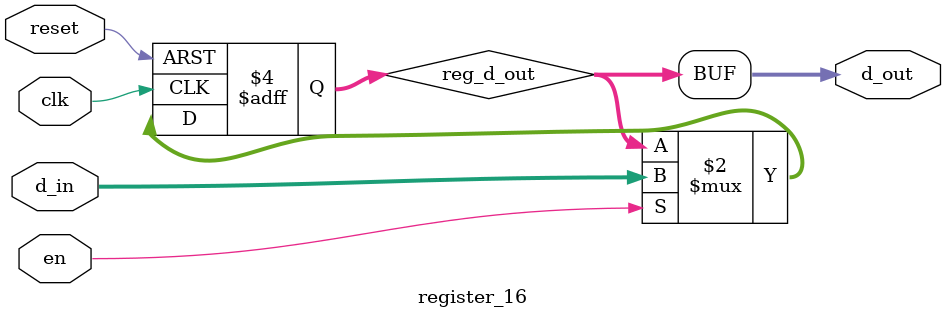
<source format=v>
module register_16 (
    input   wire [15:0]     d_in,
    input   wire            reset,
    input   wire            clk,
    input   wire            en,
    output  wire [15:0]     d_out
);
    reg [15:0] reg_d_out;
    always @(posedge clk or posedge reset) 
    begin
        if (reset) 
        begin
            reg_d_out <= 16'h0000;
        end
        else 
        begin
            if (en) 
            begin
                reg_d_out <= d_in;
            end
        end
    end
    assign d_out = reg_d_out;
endmodule
</source>
